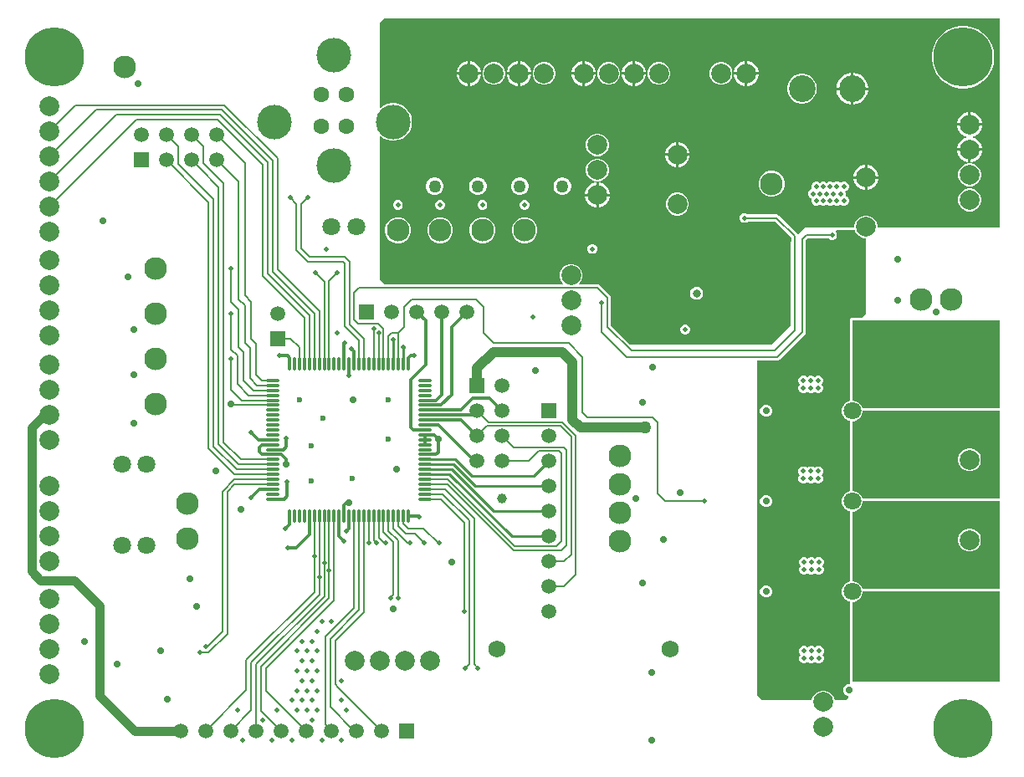
<source format=gtl>
G04*
G04 #@! TF.GenerationSoftware,Altium Limited,Altium Designer,22.8.2 (66)*
G04*
G04 Layer_Physical_Order=1*
G04 Layer_Color=255*
%FSLAX44Y44*%
%MOMM*%
G71*
G04*
G04 #@! TF.SameCoordinates,4CF88A4D-708D-413D-9FA9-C7E86D45AB9B*
G04*
G04*
G04 #@! TF.FilePolarity,Positive*
G04*
G01*
G75*
%ADD10C,0.2000*%
%ADD12C,0.2500*%
%ADD15C,0.3000*%
%ADD16O,0.3000X1.4500*%
%ADD17O,1.4500X0.3000*%
%ADD38C,0.9000*%
%ADD39C,1.0000*%
%ADD40C,0.3810*%
%ADD41C,1.8000*%
%ADD42C,1.6000*%
%ADD43C,3.5000*%
%ADD44C,1.5000*%
%ADD45R,1.5000X1.5000*%
%ADD46C,6.0000*%
%ADD47C,2.3000*%
%ADD48C,2.0000*%
%ADD49R,1.5000X1.5000*%
%ADD50C,1.7500*%
%ADD51C,2.7000*%
%ADD52C,0.5000*%
%ADD53C,0.4900*%
%ADD54C,0.7000*%
%ADD55C,0.6000*%
%ADD56C,1.0000*%
%ADD57C,0.8000*%
%ADD58C,1.2700*%
G36*
X1456520Y938530D02*
X1332320D01*
Y940847D01*
X1331535Y943777D01*
X1330018Y946404D01*
X1327874Y948548D01*
X1325247Y950065D01*
X1322317Y950850D01*
X1319283D01*
X1316353Y950065D01*
X1313727Y948548D01*
X1311582Y946404D01*
X1310065Y943777D01*
X1309280Y940847D01*
Y938604D01*
X1309251Y938575D01*
X1309025Y938530D01*
X1258892D01*
X1252624Y932262D01*
X1251360Y932387D01*
X1251163Y932682D01*
X1232873Y950972D01*
X1231702Y951755D01*
X1230321Y952029D01*
X1201058D01*
X1200437Y952650D01*
X1198603Y953410D01*
X1196617D01*
X1194783Y952650D01*
X1193380Y951247D01*
X1192620Y949413D01*
Y947427D01*
X1193380Y945593D01*
X1194783Y944190D01*
X1196617Y943430D01*
X1198603D01*
X1200437Y944190D01*
X1201058Y944811D01*
X1228826D01*
X1245001Y928635D01*
Y924640D01*
X1244390Y924028D01*
Y839470D01*
X1225220Y820300D01*
X1082184D01*
X1062789Y839695D01*
Y867410D01*
X1062515Y868791D01*
X1061732Y869962D01*
X1051572Y880122D01*
X1050401Y880905D01*
X1049020Y881179D01*
X1031210D01*
X1030724Y882353D01*
X1031568Y883196D01*
X1033085Y885823D01*
X1033870Y888753D01*
Y891787D01*
X1033085Y894717D01*
X1031568Y897344D01*
X1029424Y899488D01*
X1026797Y901005D01*
X1023867Y901790D01*
X1020833D01*
X1017903Y901005D01*
X1015276Y899488D01*
X1013132Y897344D01*
X1011615Y894717D01*
X1010830Y891787D01*
Y888753D01*
X1011615Y885823D01*
X1013132Y883196D01*
X1013976Y882353D01*
X1013490Y881179D01*
X833321D01*
X828548Y885952D01*
Y1030714D01*
X829721Y1031200D01*
X830145Y1030776D01*
X833261Y1028695D01*
X836722Y1027261D01*
X840397Y1026530D01*
X844143D01*
X847818Y1027261D01*
X851279Y1028695D01*
X854395Y1030776D01*
X857044Y1033425D01*
X859125Y1036541D01*
X860559Y1040002D01*
X861290Y1043677D01*
Y1047423D01*
X860559Y1051098D01*
X859125Y1054559D01*
X857044Y1057674D01*
X854395Y1060324D01*
X851279Y1062405D01*
X847818Y1063839D01*
X844143Y1064570D01*
X840397D01*
X836722Y1063839D01*
X833261Y1062405D01*
X830145Y1060324D01*
X829721Y1059900D01*
X828548Y1060386D01*
Y1146048D01*
X833160Y1150660D01*
X1456520D01*
Y938530D01*
D02*
G37*
G36*
X1310065Y934883D02*
X1311582Y932256D01*
X1313727Y930112D01*
X1316353Y928595D01*
X1319283Y927810D01*
X1320800D01*
Y851799D01*
X1316141Y847141D01*
X1306830D01*
X1305839Y846943D01*
X1304999Y846382D01*
X1304437Y845542D01*
X1304240Y844551D01*
Y763631D01*
X1304301Y763324D01*
X1302769Y762914D01*
X1300370Y761529D01*
X1298412Y759570D01*
X1297027Y757171D01*
X1296310Y754496D01*
Y751726D01*
X1297027Y749050D01*
X1298412Y746651D01*
X1300370Y744693D01*
X1302769Y743308D01*
X1304301Y742897D01*
X1304240Y742591D01*
Y672190D01*
X1304301Y671883D01*
X1302769Y671473D01*
X1300370Y670088D01*
X1298412Y668129D01*
X1297027Y665731D01*
X1296310Y663055D01*
Y660285D01*
X1297027Y657609D01*
X1298412Y655211D01*
X1300370Y653252D01*
X1302769Y651867D01*
X1304301Y651457D01*
X1304240Y651150D01*
Y580750D01*
X1304301Y580443D01*
X1302769Y580033D01*
X1300370Y578648D01*
X1298412Y576689D01*
X1297027Y574291D01*
X1296310Y571615D01*
Y568845D01*
X1297027Y566169D01*
X1298412Y563771D01*
X1300370Y561812D01*
X1302769Y560427D01*
X1304301Y560017D01*
X1304240Y559710D01*
Y478790D01*
X1304437Y477799D01*
X1304558Y477619D01*
X1303879Y476349D01*
X1302379D01*
X1300159Y475429D01*
X1298459Y473730D01*
X1297540Y471510D01*
Y469107D01*
X1298459Y466887D01*
X1300159Y465188D01*
X1302379Y464269D01*
X1302745D01*
X1303231Y463095D01*
X1300122Y459987D01*
X1289140D01*
X1288355Y462917D01*
X1286838Y465544D01*
X1284693Y467688D01*
X1282067Y469205D01*
X1279137Y469990D01*
X1276103D01*
X1273173Y469205D01*
X1270546Y467688D01*
X1268402Y465544D01*
X1266885Y462917D01*
X1266100Y459987D01*
X1215853D01*
X1210310Y465530D01*
Y804111D01*
X1230843D01*
X1232224Y804385D01*
X1233395Y805168D01*
X1258582Y830355D01*
X1259365Y831526D01*
X1259639Y832907D01*
Y925488D01*
X1261822Y927670D01*
X1283062D01*
X1283683Y927049D01*
X1285517Y926289D01*
X1287503D01*
X1289337Y927049D01*
X1290740Y928453D01*
X1291500Y930287D01*
Y932272D01*
X1290740Y934106D01*
X1290176Y934670D01*
X1290702Y935940D01*
X1309025D01*
X1309275Y935990D01*
X1309530D01*
X1309756Y936035D01*
X1310065Y934883D01*
D02*
G37*
G36*
X1456520Y755701D02*
X1317350D01*
X1317043Y755640D01*
X1316633Y757171D01*
X1315248Y759570D01*
X1313289Y761529D01*
X1310891Y762914D01*
X1308215Y763631D01*
X1306830D01*
Y844551D01*
X1456520D01*
Y755701D01*
D02*
G37*
G36*
Y664260D02*
X1317350D01*
X1317043Y664199D01*
X1316633Y665731D01*
X1315248Y668129D01*
X1313289Y670088D01*
X1310891Y671473D01*
X1308215Y672190D01*
X1306830D01*
Y742591D01*
X1308215D01*
X1310891Y743308D01*
X1313289Y744693D01*
X1315248Y746651D01*
X1316633Y749050D01*
X1317350Y751726D01*
Y753111D01*
X1456520D01*
Y664260D01*
D02*
G37*
G36*
Y572820D02*
X1317350D01*
X1317043Y572759D01*
X1316633Y574291D01*
X1315248Y576689D01*
X1313289Y578648D01*
X1310891Y580033D01*
X1308215Y580750D01*
X1306830D01*
Y651150D01*
X1308215D01*
X1310891Y651867D01*
X1313289Y653252D01*
X1315248Y655211D01*
X1316633Y657609D01*
X1317350Y660285D01*
Y661670D01*
X1456520D01*
Y572820D01*
D02*
G37*
G36*
Y478790D02*
X1306830D01*
Y559710D01*
X1308215D01*
X1310891Y560427D01*
X1313289Y561812D01*
X1315248Y563771D01*
X1316633Y566169D01*
X1317350Y568845D01*
Y570230D01*
X1456520D01*
Y478790D01*
D02*
G37*
%LPC*%
G36*
X1201171Y1107280D02*
X1200790D01*
Y1096010D01*
X1212060D01*
Y1096391D01*
X1211205Y1099580D01*
X1209555Y1102440D01*
X1207220Y1104774D01*
X1204360Y1106425D01*
X1201171Y1107280D01*
D02*
G37*
G36*
X1198250D02*
X1197869D01*
X1194680Y1106425D01*
X1191820Y1104774D01*
X1189485Y1102440D01*
X1187835Y1099580D01*
X1186980Y1096391D01*
Y1096010D01*
X1198250D01*
Y1107280D01*
D02*
G37*
G36*
X1087501D02*
X1087120D01*
Y1096010D01*
X1098390D01*
Y1096391D01*
X1097535Y1099580D01*
X1095884Y1102440D01*
X1093550Y1104774D01*
X1090690Y1106425D01*
X1087501Y1107280D01*
D02*
G37*
G36*
X1084580D02*
X1084199D01*
X1081010Y1106425D01*
X1078150Y1104774D01*
X1075816Y1102440D01*
X1074165Y1099580D01*
X1073310Y1096391D01*
Y1096010D01*
X1084580D01*
Y1107280D01*
D02*
G37*
G36*
X1036701D02*
X1036320D01*
Y1096010D01*
X1047590D01*
Y1096391D01*
X1046735Y1099580D01*
X1045085Y1102440D01*
X1042750Y1104774D01*
X1039890Y1106425D01*
X1036701Y1107280D01*
D02*
G37*
G36*
X1033780D02*
X1033399D01*
X1030210Y1106425D01*
X1027350Y1104774D01*
X1025015Y1102440D01*
X1023365Y1099580D01*
X1022510Y1096391D01*
Y1096010D01*
X1033780D01*
Y1107280D01*
D02*
G37*
G36*
X971301D02*
X970920D01*
Y1096010D01*
X982190D01*
Y1096391D01*
X981335Y1099580D01*
X979685Y1102440D01*
X977350Y1104774D01*
X974490Y1106425D01*
X971301Y1107280D01*
D02*
G37*
G36*
X968380D02*
X967999D01*
X964810Y1106425D01*
X961950Y1104774D01*
X959615Y1102440D01*
X957965Y1099580D01*
X957110Y1096391D01*
Y1096010D01*
X968380D01*
Y1107280D01*
D02*
G37*
G36*
X920501D02*
X920120D01*
Y1096010D01*
X931390D01*
Y1096391D01*
X930535Y1099580D01*
X928885Y1102440D01*
X926550Y1104774D01*
X923690Y1106425D01*
X920501Y1107280D01*
D02*
G37*
G36*
X917580D02*
X917199D01*
X914010Y1106425D01*
X911150Y1104774D01*
X908816Y1102440D01*
X907165Y1099580D01*
X906310Y1096391D01*
Y1096010D01*
X917580D01*
Y1107280D01*
D02*
G37*
G36*
X1175637Y1106260D02*
X1172603D01*
X1169673Y1105475D01*
X1167047Y1103958D01*
X1164902Y1101814D01*
X1163385Y1099187D01*
X1162600Y1096257D01*
Y1093223D01*
X1163385Y1090293D01*
X1164902Y1087666D01*
X1167047Y1085522D01*
X1169673Y1084005D01*
X1172603Y1083220D01*
X1175637D01*
X1178567Y1084005D01*
X1181193Y1085522D01*
X1183338Y1087666D01*
X1184855Y1090293D01*
X1185640Y1093223D01*
Y1096257D01*
X1184855Y1099187D01*
X1183338Y1101814D01*
X1181193Y1103958D01*
X1178567Y1105475D01*
X1175637Y1106260D01*
D02*
G37*
G36*
X1112767D02*
X1109733D01*
X1106803Y1105475D01*
X1104176Y1103958D01*
X1102032Y1101814D01*
X1100515Y1099187D01*
X1099730Y1096257D01*
Y1093223D01*
X1100515Y1090293D01*
X1102032Y1087666D01*
X1104176Y1085522D01*
X1106803Y1084005D01*
X1109733Y1083220D01*
X1112767D01*
X1115697Y1084005D01*
X1118324Y1085522D01*
X1120468Y1087666D01*
X1121985Y1090293D01*
X1122770Y1093223D01*
Y1096257D01*
X1121985Y1099187D01*
X1120468Y1101814D01*
X1118324Y1103958D01*
X1115697Y1105475D01*
X1112767Y1106260D01*
D02*
G37*
G36*
X1061967D02*
X1058933D01*
X1056003Y1105475D01*
X1053376Y1103958D01*
X1051232Y1101814D01*
X1049715Y1099187D01*
X1048930Y1096257D01*
Y1093223D01*
X1049715Y1090293D01*
X1051232Y1087666D01*
X1053376Y1085522D01*
X1056003Y1084005D01*
X1058933Y1083220D01*
X1061967D01*
X1064897Y1084005D01*
X1067523Y1085522D01*
X1069668Y1087666D01*
X1071185Y1090293D01*
X1071970Y1093223D01*
Y1096257D01*
X1071185Y1099187D01*
X1069668Y1101814D01*
X1067523Y1103958D01*
X1064897Y1105475D01*
X1061967Y1106260D01*
D02*
G37*
G36*
X996567D02*
X993533D01*
X990603Y1105475D01*
X987977Y1103958D01*
X985832Y1101814D01*
X984315Y1099187D01*
X983530Y1096257D01*
Y1093223D01*
X984315Y1090293D01*
X985832Y1087666D01*
X987977Y1085522D01*
X990603Y1084005D01*
X993533Y1083220D01*
X996567D01*
X999497Y1084005D01*
X1002123Y1085522D01*
X1004268Y1087666D01*
X1005785Y1090293D01*
X1006570Y1093223D01*
Y1096257D01*
X1005785Y1099187D01*
X1004268Y1101814D01*
X1002123Y1103958D01*
X999497Y1105475D01*
X996567Y1106260D01*
D02*
G37*
G36*
X945767D02*
X942733D01*
X939803Y1105475D01*
X937177Y1103958D01*
X935032Y1101814D01*
X933515Y1099187D01*
X932730Y1096257D01*
Y1093223D01*
X933515Y1090293D01*
X935032Y1087666D01*
X937177Y1085522D01*
X939803Y1084005D01*
X942733Y1083220D01*
X945767D01*
X948697Y1084005D01*
X951323Y1085522D01*
X953468Y1087666D01*
X954985Y1090293D01*
X955770Y1093223D01*
Y1096257D01*
X954985Y1099187D01*
X953468Y1101814D01*
X951323Y1103958D01*
X948697Y1105475D01*
X945767Y1106260D01*
D02*
G37*
G36*
X1212060Y1093470D02*
X1200790D01*
Y1082200D01*
X1201171D01*
X1204360Y1083055D01*
X1207220Y1084706D01*
X1209555Y1087040D01*
X1211205Y1089900D01*
X1212060Y1093089D01*
Y1093470D01*
D02*
G37*
G36*
X1198250D02*
X1186980D01*
Y1093089D01*
X1187835Y1089900D01*
X1189485Y1087040D01*
X1191820Y1084706D01*
X1194680Y1083055D01*
X1197869Y1082200D01*
X1198250D01*
Y1093470D01*
D02*
G37*
G36*
X1098390D02*
X1087120D01*
Y1082200D01*
X1087501D01*
X1090690Y1083055D01*
X1093550Y1084706D01*
X1095884Y1087040D01*
X1097535Y1089900D01*
X1098390Y1093089D01*
Y1093470D01*
D02*
G37*
G36*
X1084580D02*
X1073310D01*
Y1093089D01*
X1074165Y1089900D01*
X1075816Y1087040D01*
X1078150Y1084706D01*
X1081010Y1083055D01*
X1084199Y1082200D01*
X1084580D01*
Y1093470D01*
D02*
G37*
G36*
X1047590D02*
X1036320D01*
Y1082200D01*
X1036701D01*
X1039890Y1083055D01*
X1042750Y1084706D01*
X1045085Y1087040D01*
X1046735Y1089900D01*
X1047590Y1093089D01*
Y1093470D01*
D02*
G37*
G36*
X1033780D02*
X1022510D01*
Y1093089D01*
X1023365Y1089900D01*
X1025015Y1087040D01*
X1027350Y1084706D01*
X1030210Y1083055D01*
X1033399Y1082200D01*
X1033780D01*
Y1093470D01*
D02*
G37*
G36*
X982190D02*
X970920D01*
Y1082200D01*
X971301D01*
X974490Y1083055D01*
X977350Y1084706D01*
X979685Y1087040D01*
X981335Y1089900D01*
X982190Y1093089D01*
Y1093470D01*
D02*
G37*
G36*
X968380D02*
X957110D01*
Y1093089D01*
X957965Y1089900D01*
X959615Y1087040D01*
X961950Y1084706D01*
X964810Y1083055D01*
X967999Y1082200D01*
X968380D01*
Y1093470D01*
D02*
G37*
G36*
X931390D02*
X920120D01*
Y1082200D01*
X920501D01*
X923690Y1083055D01*
X926550Y1084706D01*
X928885Y1087040D01*
X930535Y1089900D01*
X931390Y1093089D01*
Y1093470D01*
D02*
G37*
G36*
X917580D02*
X906310D01*
Y1093089D01*
X907165Y1089900D01*
X908816Y1087040D01*
X911150Y1084706D01*
X914010Y1083055D01*
X917199Y1082200D01*
X917580D01*
Y1093470D01*
D02*
G37*
G36*
X1308410Y1095280D02*
X1308100D01*
Y1080510D01*
X1322870D01*
Y1080820D01*
X1322254Y1083919D01*
X1321044Y1086838D01*
X1319289Y1089465D01*
X1317055Y1091699D01*
X1314428Y1093455D01*
X1311509Y1094664D01*
X1308410Y1095280D01*
D02*
G37*
G36*
X1305560D02*
X1305250D01*
X1302151Y1094664D01*
X1299232Y1093455D01*
X1296605Y1091699D01*
X1294371Y1089465D01*
X1292616Y1086838D01*
X1291406Y1083919D01*
X1290790Y1080820D01*
Y1080510D01*
X1305560D01*
Y1095280D01*
D02*
G37*
G36*
X1421591Y1142770D02*
X1416629D01*
X1411729Y1141994D01*
X1407010Y1140461D01*
X1402590Y1138208D01*
X1398576Y1135292D01*
X1395068Y1131784D01*
X1392152Y1127770D01*
X1389899Y1123350D01*
X1388366Y1118631D01*
X1387590Y1113731D01*
Y1108769D01*
X1388366Y1103869D01*
X1389899Y1099150D01*
X1392152Y1094730D01*
X1395068Y1090716D01*
X1398576Y1087208D01*
X1402590Y1084292D01*
X1407010Y1082039D01*
X1411729Y1080506D01*
X1416629Y1079730D01*
X1421591D01*
X1426491Y1080506D01*
X1431210Y1082039D01*
X1435630Y1084292D01*
X1439644Y1087208D01*
X1443152Y1090716D01*
X1446068Y1094730D01*
X1448321Y1099150D01*
X1449854Y1103869D01*
X1450630Y1108769D01*
Y1113731D01*
X1449854Y1118631D01*
X1448321Y1123350D01*
X1446068Y1127770D01*
X1443152Y1131784D01*
X1439644Y1135292D01*
X1435630Y1138208D01*
X1431210Y1140461D01*
X1426491Y1141994D01*
X1421591Y1142770D01*
D02*
G37*
G36*
X1257509Y1094260D02*
X1254551D01*
X1251649Y1093683D01*
X1248915Y1092551D01*
X1246455Y1090907D01*
X1244363Y1088815D01*
X1242719Y1086355D01*
X1241587Y1083621D01*
X1241010Y1080719D01*
Y1077761D01*
X1241587Y1074859D01*
X1242719Y1072125D01*
X1244363Y1069665D01*
X1246455Y1067573D01*
X1248915Y1065929D01*
X1251649Y1064797D01*
X1254551Y1064220D01*
X1257509D01*
X1260411Y1064797D01*
X1263145Y1065929D01*
X1265605Y1067573D01*
X1267697Y1069665D01*
X1269341Y1072125D01*
X1270473Y1074859D01*
X1271050Y1077761D01*
Y1080719D01*
X1270473Y1083621D01*
X1269341Y1086355D01*
X1267697Y1088815D01*
X1265605Y1090907D01*
X1263145Y1092551D01*
X1260411Y1093683D01*
X1257509Y1094260D01*
D02*
G37*
G36*
X1322870Y1077970D02*
X1308100D01*
Y1063200D01*
X1308410D01*
X1311509Y1063816D01*
X1314428Y1065025D01*
X1317055Y1066781D01*
X1319289Y1069015D01*
X1321044Y1071642D01*
X1322254Y1074561D01*
X1322870Y1077660D01*
Y1077970D01*
D02*
G37*
G36*
X1305560D02*
X1290790D01*
Y1077660D01*
X1291406Y1074561D01*
X1292616Y1071642D01*
X1294371Y1069015D01*
X1296605Y1066781D01*
X1299232Y1065025D01*
X1302151Y1063816D01*
X1305250Y1063200D01*
X1305560D01*
Y1077970D01*
D02*
G37*
G36*
X1427353Y1055464D02*
X1426972D01*
Y1044194D01*
X1438242D01*
Y1044575D01*
X1437387Y1047764D01*
X1435737Y1050624D01*
X1433402Y1052959D01*
X1430542Y1054609D01*
X1427353Y1055464D01*
D02*
G37*
G36*
X1424432D02*
X1424051D01*
X1420862Y1054609D01*
X1418002Y1052959D01*
X1415668Y1050624D01*
X1414017Y1047764D01*
X1413162Y1044575D01*
Y1044194D01*
X1424432D01*
Y1055464D01*
D02*
G37*
G36*
X1438242Y1041654D02*
X1425702D01*
X1413162D01*
Y1041273D01*
X1414017Y1038084D01*
X1415668Y1035224D01*
X1418002Y1032889D01*
X1420862Y1031239D01*
X1422195Y1030881D01*
Y1029567D01*
X1420862Y1029209D01*
X1418002Y1027559D01*
X1415668Y1025224D01*
X1414017Y1022364D01*
X1413162Y1019175D01*
Y1018794D01*
X1425702D01*
X1438242D01*
Y1019175D01*
X1437387Y1022364D01*
X1435737Y1025224D01*
X1433402Y1027559D01*
X1430542Y1029209D01*
X1429209Y1029567D01*
Y1030881D01*
X1430542Y1031239D01*
X1433402Y1032889D01*
X1435737Y1035224D01*
X1437387Y1038084D01*
X1438242Y1041273D01*
Y1041654D01*
D02*
G37*
G36*
X1131570Y1025060D02*
X1131189D01*
Y1013790D01*
X1142459D01*
Y1014171D01*
X1141605Y1017360D01*
X1139954Y1020220D01*
X1137619Y1022554D01*
X1134759Y1024205D01*
X1131570Y1025060D01*
D02*
G37*
G36*
X1128649D02*
X1128268D01*
X1125079Y1024205D01*
X1122219Y1022554D01*
X1119885Y1020220D01*
X1118234Y1017360D01*
X1117379Y1014171D01*
Y1013790D01*
X1128649D01*
Y1025060D01*
D02*
G37*
G36*
X1050537Y1033870D02*
X1047503D01*
X1044573Y1033085D01*
X1041946Y1031568D01*
X1039802Y1029424D01*
X1038285Y1026797D01*
X1037500Y1023867D01*
Y1020833D01*
X1038285Y1017903D01*
X1039802Y1015276D01*
X1041946Y1013132D01*
X1044573Y1011615D01*
X1047503Y1010830D01*
X1050537D01*
X1053467Y1011615D01*
X1056094Y1013132D01*
X1058238Y1015276D01*
X1059755Y1017903D01*
X1060540Y1020833D01*
Y1023867D01*
X1059755Y1026797D01*
X1058238Y1029424D01*
X1056094Y1031568D01*
X1053467Y1033085D01*
X1050537Y1033870D01*
D02*
G37*
G36*
X1438242Y1016254D02*
X1426972D01*
Y1004984D01*
X1427353D01*
X1430542Y1005839D01*
X1433402Y1007489D01*
X1435737Y1009824D01*
X1437387Y1012684D01*
X1438242Y1015873D01*
Y1016254D01*
D02*
G37*
G36*
X1424432D02*
X1413162D01*
Y1015873D01*
X1414017Y1012684D01*
X1415668Y1009824D01*
X1418002Y1007489D01*
X1420862Y1005839D01*
X1424051Y1004984D01*
X1424432D01*
Y1016254D01*
D02*
G37*
G36*
X1142459Y1011250D02*
X1131189D01*
Y999980D01*
X1131570D01*
X1134759Y1000835D01*
X1137619Y1002486D01*
X1139954Y1004820D01*
X1141605Y1007680D01*
X1142459Y1010869D01*
Y1011250D01*
D02*
G37*
G36*
X1128649D02*
X1117379D01*
Y1010869D01*
X1118234Y1007680D01*
X1119885Y1004820D01*
X1122219Y1002486D01*
X1125079Y1000835D01*
X1128268Y999980D01*
X1128649D01*
Y1011250D01*
D02*
G37*
G36*
X1322451Y1001870D02*
X1322070D01*
Y990600D01*
X1333340D01*
Y990981D01*
X1332485Y994170D01*
X1330835Y997030D01*
X1328500Y999364D01*
X1325640Y1001015D01*
X1322451Y1001870D01*
D02*
G37*
G36*
X1319530D02*
X1319149D01*
X1315960Y1001015D01*
X1313100Y999364D01*
X1310766Y997030D01*
X1309115Y994170D01*
X1308260Y990981D01*
Y990600D01*
X1319530D01*
Y1001870D01*
D02*
G37*
G36*
X1050537Y1008470D02*
X1047503D01*
X1044573Y1007685D01*
X1041946Y1006168D01*
X1039802Y1004024D01*
X1038285Y1001397D01*
X1037500Y998467D01*
Y995433D01*
X1038285Y992503D01*
X1039802Y989876D01*
X1041946Y987732D01*
X1044573Y986215D01*
X1047503Y985430D01*
X1050537D01*
X1053467Y986215D01*
X1056094Y987732D01*
X1058238Y989876D01*
X1059755Y992503D01*
X1060540Y995433D01*
Y998467D01*
X1059755Y1001397D01*
X1058238Y1004024D01*
X1056094Y1006168D01*
X1053467Y1007685D01*
X1050537Y1008470D01*
D02*
G37*
G36*
X1299505Y985042D02*
X1297500D01*
X1295647Y984274D01*
X1295002Y983629D01*
X1294357Y984274D01*
X1292505Y985042D01*
X1290500D01*
X1288647Y984274D01*
X1288002Y983629D01*
X1287357Y984274D01*
X1285505Y985042D01*
X1283500D01*
X1281647Y984274D01*
X1281002Y983629D01*
X1280357Y984274D01*
X1278505Y985042D01*
X1276500D01*
X1274647Y984274D01*
X1274002Y983629D01*
X1273357Y984274D01*
X1271505Y985042D01*
X1269500D01*
X1267647Y984274D01*
X1266229Y982857D01*
X1265462Y981004D01*
Y978999D01*
X1265879Y977992D01*
X1264147Y977274D01*
X1262729Y975856D01*
X1261962Y974004D01*
Y971999D01*
X1262729Y970147D01*
X1264147Y968729D01*
X1265879Y968011D01*
X1265462Y967004D01*
Y964999D01*
X1266229Y963147D01*
X1267647Y961729D01*
X1269500Y960962D01*
X1271505D01*
X1273357Y961729D01*
X1274002Y962374D01*
X1274647Y961729D01*
X1276500Y960962D01*
X1278505D01*
X1280357Y961729D01*
X1281002Y962374D01*
X1281647Y961729D01*
X1283500Y960962D01*
X1285505D01*
X1287357Y961729D01*
X1288002Y962374D01*
X1288647Y961729D01*
X1290500Y960962D01*
X1292505D01*
X1294357Y961729D01*
X1295002Y962374D01*
X1295647Y961729D01*
X1297500Y960962D01*
X1299505D01*
X1301357Y961729D01*
X1302775Y963147D01*
X1303542Y964999D01*
Y967004D01*
X1302775Y968857D01*
X1301357Y970274D01*
X1299625Y970992D01*
X1300042Y971999D01*
Y974004D01*
X1299625Y975011D01*
X1301357Y975729D01*
X1302775Y977147D01*
X1303542Y978999D01*
Y981004D01*
X1302775Y982857D01*
X1301357Y984274D01*
X1299505Y985042D01*
D02*
G37*
G36*
X1427219Y1003644D02*
X1424185D01*
X1421255Y1002859D01*
X1418629Y1001342D01*
X1416484Y999197D01*
X1414967Y996571D01*
X1414182Y993641D01*
Y990607D01*
X1414967Y987677D01*
X1416484Y985051D01*
X1418629Y982906D01*
X1421255Y981389D01*
X1424185Y980604D01*
X1427219D01*
X1430149Y981389D01*
X1432776Y982906D01*
X1434920Y985051D01*
X1436437Y987677D01*
X1437222Y990607D01*
Y993641D01*
X1436437Y996571D01*
X1434920Y999197D01*
X1432776Y1001342D01*
X1430149Y1002859D01*
X1427219Y1003644D01*
D02*
G37*
G36*
X1333340Y988060D02*
X1322070D01*
Y976790D01*
X1322451D01*
X1325640Y977645D01*
X1328500Y979296D01*
X1330835Y981630D01*
X1332485Y984490D01*
X1333340Y987679D01*
Y988060D01*
D02*
G37*
G36*
X1319530D02*
X1308260D01*
Y987679D01*
X1309115Y984490D01*
X1310766Y981630D01*
X1313100Y979296D01*
X1315960Y977645D01*
X1319149Y976790D01*
X1319530D01*
Y988060D01*
D02*
G37*
G36*
X1050671Y984090D02*
X1050290D01*
Y972820D01*
X1061560D01*
Y973201D01*
X1060705Y976390D01*
X1059054Y979250D01*
X1056720Y981584D01*
X1053860Y983235D01*
X1050671Y984090D01*
D02*
G37*
G36*
X1047750D02*
X1047369D01*
X1044180Y983235D01*
X1041320Y981584D01*
X1038986Y979250D01*
X1037335Y976390D01*
X1036480Y973201D01*
Y972820D01*
X1047750D01*
Y984090D01*
D02*
G37*
G36*
X1014630Y989480D02*
X1012290D01*
X1010029Y988874D01*
X1008001Y987704D01*
X1006346Y986049D01*
X1005176Y984021D01*
X1004570Y981760D01*
Y979420D01*
X1005176Y977159D01*
X1006346Y975131D01*
X1008001Y973476D01*
X1010029Y972306D01*
X1012290Y971700D01*
X1014630D01*
X1016891Y972306D01*
X1018919Y973476D01*
X1020574Y975131D01*
X1021744Y977159D01*
X1022350Y979420D01*
Y981760D01*
X1021744Y984021D01*
X1020574Y986049D01*
X1018919Y987704D01*
X1016891Y988874D01*
X1014630Y989480D01*
D02*
G37*
G36*
X971722D02*
X969381D01*
X967120Y988874D01*
X965093Y987704D01*
X963438Y986049D01*
X962267Y984021D01*
X961661Y981760D01*
Y979420D01*
X962267Y977159D01*
X963438Y975131D01*
X965093Y973476D01*
X967120Y972306D01*
X969381Y971700D01*
X971722D01*
X973983Y972306D01*
X976010Y973476D01*
X977665Y975131D01*
X978836Y977159D01*
X979441Y979420D01*
Y981760D01*
X978836Y984021D01*
X977665Y986049D01*
X976010Y987704D01*
X973983Y988874D01*
X971722Y989480D01*
D02*
G37*
G36*
X929100D02*
X926760D01*
X924499Y988874D01*
X922471Y987704D01*
X920816Y986049D01*
X919646Y984021D01*
X919040Y981760D01*
Y979420D01*
X919646Y977159D01*
X920816Y975131D01*
X922471Y973476D01*
X924499Y972306D01*
X926760Y971700D01*
X929100D01*
X931361Y972306D01*
X933389Y973476D01*
X935044Y975131D01*
X936214Y977159D01*
X936820Y979420D01*
Y981760D01*
X936214Y984021D01*
X935044Y986049D01*
X933389Y987704D01*
X931361Y988874D01*
X929100Y989480D01*
D02*
G37*
G36*
X885458D02*
X883118D01*
X880856Y988874D01*
X878829Y987704D01*
X877174Y986049D01*
X876004Y984021D01*
X875398Y981760D01*
Y979420D01*
X876004Y977159D01*
X877174Y975131D01*
X878829Y973476D01*
X880856Y972306D01*
X883118Y971700D01*
X885458D01*
X887719Y972306D01*
X889746Y973476D01*
X891402Y975131D01*
X892572Y977159D01*
X893178Y979420D01*
Y981760D01*
X892572Y984021D01*
X891402Y986049D01*
X889746Y987704D01*
X887719Y988874D01*
X885458Y989480D01*
D02*
G37*
G36*
X1227074Y996010D02*
X1223646D01*
X1220334Y995123D01*
X1217365Y993409D01*
X1214941Y990984D01*
X1213227Y988016D01*
X1212340Y984704D01*
Y981276D01*
X1213227Y977964D01*
X1214941Y974995D01*
X1217365Y972571D01*
X1220334Y970857D01*
X1223646Y969970D01*
X1227074D01*
X1230386Y970857D01*
X1233354Y972571D01*
X1235779Y974995D01*
X1237493Y977964D01*
X1238380Y981276D01*
Y984704D01*
X1237493Y988016D01*
X1235779Y990984D01*
X1233354Y993409D01*
X1230386Y995123D01*
X1227074Y996010D01*
D02*
G37*
G36*
X1061560Y970280D02*
X1050290D01*
Y959010D01*
X1050671D01*
X1053860Y959865D01*
X1056720Y961516D01*
X1059054Y963850D01*
X1060705Y966710D01*
X1061560Y969899D01*
Y970280D01*
D02*
G37*
G36*
X1047750D02*
X1036480D01*
Y969899D01*
X1037335Y966710D01*
X1038986Y963850D01*
X1041320Y961516D01*
X1044180Y959865D01*
X1047369Y959010D01*
X1047750D01*
Y970280D01*
D02*
G37*
G36*
X976352Y966580D02*
X974367D01*
X972533Y965820D01*
X971130Y964417D01*
X970370Y962583D01*
Y960597D01*
X971130Y958763D01*
X972533Y957360D01*
X974367Y956600D01*
X976352D01*
X978186Y957360D01*
X979590Y958763D01*
X980350Y960597D01*
Y962583D01*
X979590Y964417D01*
X978186Y965820D01*
X976352Y966580D01*
D02*
G37*
G36*
X933596D02*
X931611D01*
X929777Y965820D01*
X928373Y964417D01*
X927613Y962583D01*
Y960597D01*
X928373Y958763D01*
X929777Y957360D01*
X931611Y956600D01*
X933596D01*
X935430Y957360D01*
X936834Y958763D01*
X937593Y960597D01*
Y962583D01*
X936834Y964417D01*
X935430Y965820D01*
X933596Y966580D01*
D02*
G37*
G36*
X890839D02*
X888854D01*
X887020Y965820D01*
X885616Y964417D01*
X884857Y962583D01*
Y960597D01*
X885616Y958763D01*
X887020Y957360D01*
X888854Y956600D01*
X890839D01*
X892673Y957360D01*
X894077Y958763D01*
X894837Y960597D01*
Y962583D01*
X894077Y964417D01*
X892673Y965820D01*
X890839Y966580D01*
D02*
G37*
G36*
X848083D02*
X846097D01*
X844263Y965820D01*
X842860Y964417D01*
X842100Y962583D01*
Y960597D01*
X842860Y958763D01*
X844263Y957360D01*
X846097Y956600D01*
X848083D01*
X849917Y957360D01*
X851320Y958763D01*
X852080Y960597D01*
Y962583D01*
X851320Y964417D01*
X849917Y965820D01*
X848083Y966580D01*
D02*
G37*
G36*
X1427219Y978244D02*
X1424185D01*
X1421255Y977459D01*
X1418629Y975942D01*
X1416484Y973798D01*
X1414967Y971171D01*
X1414182Y968241D01*
Y965207D01*
X1414967Y962277D01*
X1416484Y959650D01*
X1418629Y957506D01*
X1421255Y955989D01*
X1424185Y955204D01*
X1427219D01*
X1430149Y955989D01*
X1432776Y957506D01*
X1434920Y959650D01*
X1436437Y962277D01*
X1437222Y965207D01*
Y968241D01*
X1436437Y971171D01*
X1434920Y973798D01*
X1432776Y975942D01*
X1430149Y977459D01*
X1427219Y978244D01*
D02*
G37*
G36*
X1131436Y974040D02*
X1128402D01*
X1125472Y973255D01*
X1122846Y971738D01*
X1120701Y969594D01*
X1119184Y966967D01*
X1118399Y964037D01*
Y961003D01*
X1119184Y958073D01*
X1120701Y955446D01*
X1122846Y953302D01*
X1125472Y951785D01*
X1128402Y951000D01*
X1131436D01*
X1134366Y951785D01*
X1136993Y953302D01*
X1139137Y955446D01*
X1140654Y958073D01*
X1141439Y961003D01*
Y964037D01*
X1140654Y966967D01*
X1139137Y969594D01*
X1136993Y971738D01*
X1134366Y973255D01*
X1131436Y974040D01*
D02*
G37*
G36*
X977074Y948930D02*
X973646D01*
X970334Y948043D01*
X967365Y946329D01*
X964941Y943904D01*
X963227Y940936D01*
X962340Y937624D01*
Y934196D01*
X963227Y930884D01*
X964941Y927915D01*
X967365Y925491D01*
X970334Y923777D01*
X973646Y922890D01*
X977074D01*
X980385Y923777D01*
X983354Y925491D01*
X985779Y927915D01*
X987493Y930884D01*
X988380Y934196D01*
Y937624D01*
X987493Y940936D01*
X985779Y943904D01*
X983354Y946329D01*
X980385Y948043D01*
X977074Y948930D01*
D02*
G37*
G36*
X934317D02*
X930889D01*
X927578Y948043D01*
X924609Y946329D01*
X922185Y943904D01*
X920471Y940936D01*
X919583Y937624D01*
Y934196D01*
X920471Y930884D01*
X922185Y927915D01*
X924609Y925491D01*
X927578Y923777D01*
X930889Y922890D01*
X934317D01*
X937629Y923777D01*
X940598Y925491D01*
X943022Y927915D01*
X944736Y930884D01*
X945623Y934196D01*
Y937624D01*
X944736Y940936D01*
X943022Y943904D01*
X940598Y946329D01*
X937629Y948043D01*
X934317Y948930D01*
D02*
G37*
G36*
X891561D02*
X888132D01*
X884821Y948043D01*
X881852Y946329D01*
X879428Y943904D01*
X877714Y940936D01*
X876827Y937624D01*
Y934196D01*
X877714Y930884D01*
X879428Y927915D01*
X881852Y925491D01*
X884821Y923777D01*
X888132Y922890D01*
X891561D01*
X894872Y923777D01*
X897841Y925491D01*
X900265Y927915D01*
X901979Y930884D01*
X902867Y934196D01*
Y937624D01*
X901979Y940936D01*
X900265Y943904D01*
X897841Y946329D01*
X894872Y948043D01*
X891561Y948930D01*
D02*
G37*
G36*
X848804D02*
X845376D01*
X842065Y948043D01*
X839096Y946329D01*
X836671Y943904D01*
X834957Y940936D01*
X834070Y937624D01*
Y934196D01*
X834957Y930884D01*
X836671Y927915D01*
X839096Y925491D01*
X842065Y923777D01*
X845376Y922890D01*
X848804D01*
X852115Y923777D01*
X855085Y925491D01*
X857509Y927915D01*
X859223Y930884D01*
X860110Y934196D01*
Y937624D01*
X859223Y940936D01*
X857509Y943904D01*
X855085Y946329D01*
X852115Y948043D01*
X848804Y948930D01*
D02*
G37*
G36*
X1044642Y922080D02*
X1042657D01*
X1040823Y921320D01*
X1039420Y919917D01*
X1038660Y918083D01*
Y916097D01*
X1039420Y914263D01*
X1040823Y912860D01*
X1042657Y912100D01*
X1044642D01*
X1046477Y912860D01*
X1047880Y914263D01*
X1048640Y916097D01*
Y918083D01*
X1047880Y919917D01*
X1046477Y921320D01*
X1044642Y922080D01*
D02*
G37*
G36*
X1150211Y878687D02*
X1148489D01*
X1146826Y878241D01*
X1145334Y877380D01*
X1144117Y876162D01*
X1143256Y874671D01*
X1142810Y873008D01*
Y871286D01*
X1143256Y869622D01*
X1144117Y868131D01*
X1145334Y866914D01*
X1146826Y866052D01*
X1148489Y865607D01*
X1150211D01*
X1151874Y866052D01*
X1153366Y866914D01*
X1154583Y868131D01*
X1155444Y869622D01*
X1155890Y871286D01*
Y873008D01*
X1155444Y874671D01*
X1154583Y876162D01*
X1153366Y877380D01*
X1151874Y878241D01*
X1150211Y878687D01*
D02*
G37*
G36*
X1138773Y840500D02*
X1136787D01*
X1134954Y839740D01*
X1133550Y838337D01*
X1132790Y836503D01*
Y834517D01*
X1133550Y832683D01*
X1134954Y831280D01*
X1136787Y830520D01*
X1138773D01*
X1140607Y831280D01*
X1142010Y832683D01*
X1142770Y834517D01*
Y836503D01*
X1142010Y838337D01*
X1140607Y839740D01*
X1138773Y840500D01*
D02*
G37*
G36*
X1273504Y788791D02*
X1271499D01*
X1269647Y788024D01*
X1268752Y787129D01*
X1267857Y788024D01*
X1266004Y788791D01*
X1263999D01*
X1262147Y788024D01*
X1261252Y787129D01*
X1260357Y788024D01*
X1258504Y788791D01*
X1256499D01*
X1254647Y788024D01*
X1253229Y786606D01*
X1252462Y784754D01*
Y782749D01*
X1253229Y780896D01*
X1254124Y780001D01*
X1253229Y779106D01*
X1252462Y777254D01*
Y775249D01*
X1253229Y773396D01*
X1254647Y771978D01*
X1256499Y771211D01*
X1258504D01*
X1260357Y771978D01*
X1261252Y772874D01*
X1262147Y771978D01*
X1263999Y771211D01*
X1266004D01*
X1267857Y771978D01*
X1268752Y772874D01*
X1269647Y771978D01*
X1271499Y771211D01*
X1273504D01*
X1275357Y771978D01*
X1276774Y773396D01*
X1277542Y775249D01*
Y777254D01*
X1276774Y779106D01*
X1275879Y780001D01*
X1276774Y780896D01*
X1277542Y782749D01*
Y784754D01*
X1276774Y786606D01*
X1275357Y788024D01*
X1273504Y788791D01*
D02*
G37*
G36*
X1220810Y759151D02*
X1218407D01*
X1216187Y758231D01*
X1214488Y756532D01*
X1213569Y754312D01*
Y751909D01*
X1214488Y749689D01*
X1216187Y747990D01*
X1218407Y747071D01*
X1220810D01*
X1223030Y747990D01*
X1224729Y749689D01*
X1225649Y751909D01*
Y754312D01*
X1224729Y756532D01*
X1223030Y758231D01*
X1220810Y759151D01*
D02*
G37*
G36*
X1273504Y697041D02*
X1271499D01*
X1269647Y696274D01*
X1268752Y695379D01*
X1267857Y696274D01*
X1266004Y697041D01*
X1263999D01*
X1262147Y696274D01*
X1261252Y695379D01*
X1260357Y696274D01*
X1258504Y697041D01*
X1256499D01*
X1254647Y696274D01*
X1253229Y694856D01*
X1252462Y693003D01*
Y690998D01*
X1253229Y689146D01*
X1254124Y688251D01*
X1253229Y687356D01*
X1252462Y685503D01*
Y683498D01*
X1253229Y681646D01*
X1254647Y680228D01*
X1256499Y679461D01*
X1258504D01*
X1260357Y680228D01*
X1261252Y681123D01*
X1262147Y680228D01*
X1263999Y679461D01*
X1266004D01*
X1267857Y680228D01*
X1268752Y681123D01*
X1269647Y680228D01*
X1271499Y679461D01*
X1273504D01*
X1275357Y680228D01*
X1276774Y681646D01*
X1277542Y683498D01*
Y685503D01*
X1276774Y687356D01*
X1275879Y688251D01*
X1276774Y689146D01*
X1277542Y690998D01*
Y693003D01*
X1276774Y694856D01*
X1275357Y696274D01*
X1273504Y697041D01*
D02*
G37*
G36*
X1220810Y667710D02*
X1218407D01*
X1216187Y666790D01*
X1214488Y665091D01*
X1213569Y662871D01*
Y660469D01*
X1214488Y658249D01*
X1216187Y656550D01*
X1218407Y655630D01*
X1220810D01*
X1223030Y656550D01*
X1224729Y658249D01*
X1225649Y660469D01*
Y662871D01*
X1224729Y665091D01*
X1223030Y666790D01*
X1220810Y667710D01*
D02*
G37*
G36*
X1274004Y605041D02*
X1271999D01*
X1270147Y604273D01*
X1269252Y603378D01*
X1268357Y604273D01*
X1266504Y605041D01*
X1264499D01*
X1262647Y604273D01*
X1261752Y603378D01*
X1260857Y604273D01*
X1259004Y605041D01*
X1256999D01*
X1255147Y604273D01*
X1253729Y602856D01*
X1252962Y601003D01*
Y598998D01*
X1253729Y597146D01*
X1254624Y596251D01*
X1253729Y595356D01*
X1252962Y593503D01*
Y591498D01*
X1253729Y589646D01*
X1255147Y588228D01*
X1256999Y587461D01*
X1259004D01*
X1260857Y588228D01*
X1261752Y589123D01*
X1262647Y588228D01*
X1264499Y587461D01*
X1266504D01*
X1268357Y588228D01*
X1269252Y589123D01*
X1270147Y588228D01*
X1271999Y587461D01*
X1274004D01*
X1275857Y588228D01*
X1277274Y589646D01*
X1278042Y591498D01*
Y593503D01*
X1277274Y595356D01*
X1276379Y596251D01*
X1277274Y597146D01*
X1278042Y598998D01*
Y601003D01*
X1277274Y602856D01*
X1275857Y604273D01*
X1274004Y605041D01*
D02*
G37*
G36*
X1220810Y576270D02*
X1218407D01*
X1216187Y575350D01*
X1214488Y573651D01*
X1213569Y571431D01*
Y569029D01*
X1214488Y566809D01*
X1216187Y565109D01*
X1218407Y564190D01*
X1220810D01*
X1223030Y565109D01*
X1224729Y566809D01*
X1225649Y569029D01*
Y571431D01*
X1224729Y573651D01*
X1223030Y575350D01*
X1220810Y576270D01*
D02*
G37*
G36*
X1274004Y515041D02*
X1271999D01*
X1270147Y514273D01*
X1269252Y513378D01*
X1268357Y514273D01*
X1266504Y515041D01*
X1264499D01*
X1262647Y514273D01*
X1261752Y513378D01*
X1260857Y514273D01*
X1259004Y515041D01*
X1256999D01*
X1255147Y514273D01*
X1253729Y512856D01*
X1252962Y511003D01*
Y508998D01*
X1253729Y507146D01*
X1254624Y506251D01*
X1253729Y505356D01*
X1252962Y503503D01*
Y501498D01*
X1253729Y499646D01*
X1255147Y498228D01*
X1256999Y497461D01*
X1259004D01*
X1260857Y498228D01*
X1261752Y499123D01*
X1262647Y498228D01*
X1264499Y497461D01*
X1266504D01*
X1268357Y498228D01*
X1269252Y499123D01*
X1270147Y498228D01*
X1271999Y497461D01*
X1274004D01*
X1275857Y498228D01*
X1277274Y499646D01*
X1278042Y501498D01*
Y503503D01*
X1277274Y505356D01*
X1276379Y506251D01*
X1277274Y507146D01*
X1278042Y508998D01*
Y511003D01*
X1277274Y512856D01*
X1275857Y514273D01*
X1274004Y515041D01*
D02*
G37*
G36*
X1427097Y715190D02*
X1424063D01*
X1421133Y714405D01*
X1418506Y712888D01*
X1416362Y710743D01*
X1414845Y708117D01*
X1414060Y705187D01*
Y702153D01*
X1414845Y699223D01*
X1416362Y696597D01*
X1418506Y694452D01*
X1421133Y692935D01*
X1424063Y692150D01*
X1427097D01*
X1430027Y692935D01*
X1432654Y694452D01*
X1434798Y696597D01*
X1436315Y699223D01*
X1437100Y702153D01*
Y705187D01*
X1436315Y708117D01*
X1434798Y710743D01*
X1432654Y712888D01*
X1430027Y714405D01*
X1427097Y715190D01*
D02*
G37*
G36*
Y633910D02*
X1424063D01*
X1421133Y633125D01*
X1418506Y631608D01*
X1416362Y629464D01*
X1414845Y626837D01*
X1414060Y623907D01*
Y620873D01*
X1414845Y617943D01*
X1416362Y615317D01*
X1418506Y613172D01*
X1421133Y611655D01*
X1424063Y610870D01*
X1427097D01*
X1430027Y611655D01*
X1432654Y613172D01*
X1434798Y615317D01*
X1436315Y617943D01*
X1437100Y620873D01*
Y623907D01*
X1436315Y626837D01*
X1434798Y629464D01*
X1432654Y631608D01*
X1430027Y633125D01*
X1427097Y633910D01*
D02*
G37*
%LPD*%
D10*
X671153Y1062750D02*
X725170Y1008733D01*
X669082Y1057750D02*
X720170Y1006662D01*
X847560Y831850D02*
X853548Y837838D01*
Y858628D02*
X861060Y866140D01*
X853548Y837838D02*
Y858628D01*
X806418Y841788D02*
X827205D01*
X802894Y845312D02*
X806418Y841788D01*
X802894Y845312D02*
Y872998D01*
X807466Y877570D01*
X744300Y915590D02*
X755800Y904090D01*
X791360D02*
X793473Y901977D01*
X755800Y904090D02*
X791360D01*
X793476Y909046D02*
X798322Y904199D01*
Y840699D02*
Y904199D01*
Y840699D02*
X812560Y826461D01*
X793473Y838477D02*
X807560Y824390D01*
X793473Y838477D02*
Y901977D01*
X827205Y841788D02*
X832560Y836433D01*
X822560Y801150D02*
Y835990D01*
X807466Y877570D02*
X1049020D01*
X842560Y633610D02*
Y646650D01*
X856843Y619328D02*
X858894D01*
X842560Y633610D02*
X856843Y619328D01*
X855472Y628904D02*
X864371D01*
X873947Y619328D01*
X817560D02*
Y646650D01*
X833248Y619328D02*
X834898D01*
X827560Y625016D02*
X833248Y619328D01*
X827560Y625016D02*
Y646650D01*
X822560Y622014D02*
Y646650D01*
Y622014D02*
X825246Y619328D01*
X839419Y563329D02*
X842772Y566682D01*
X832560Y630260D02*
X842772Y620048D01*
Y566682D02*
Y620048D01*
X847560Y563329D02*
Y621760D01*
X837560Y631760D02*
X847560Y621760D01*
X832560Y630260D02*
Y646650D01*
X837560Y631760D02*
Y646650D01*
X847560Y636816D02*
X855472Y628904D01*
X847560Y636816D02*
Y646650D01*
X852560Y638928D02*
X857250Y634238D01*
X873252D02*
X889000Y618490D01*
X857250Y634238D02*
X873252D01*
X852560Y638928D02*
Y646650D01*
X1256030Y926983D02*
X1260327Y931279D01*
X1286510D01*
X1256030Y832907D02*
Y926983D01*
X999490Y575310D02*
X1015210D01*
X1027050Y587150D01*
Y728090D01*
X1013460Y741680D02*
X1027050Y728090D01*
X938530Y741680D02*
X1013460D01*
X927100Y753110D02*
X938530Y741680D01*
X927100Y727710D02*
X937260Y737870D01*
X1011396D02*
X1022550Y726716D01*
X937260Y737870D02*
X1011396D01*
X1022550Y607918D02*
Y726716D01*
X1015342Y600710D02*
X1022550Y607918D01*
X999490Y600710D02*
X1015342D01*
X1078230Y807720D02*
X1230843D01*
X1256030Y832907D01*
X1248611Y834479D02*
Y930130D01*
X1230321Y948420D02*
X1248611Y930130D01*
X1228201Y814070D02*
X1248611Y834479D01*
X1083310Y814070D02*
X1228201D01*
X1052830Y833120D02*
X1078230Y807720D01*
X1052830Y833120D02*
Y862960D01*
X1059180Y838200D02*
Y867410D01*
X1049020Y877570D02*
X1059180Y867410D01*
Y838200D02*
X1083310Y814070D01*
X832560Y801150D02*
Y836433D01*
X943610Y821690D02*
X1019810D01*
X1033780Y751840D02*
Y807720D01*
X1019810Y821690D02*
X1033780Y807720D01*
X933450Y831850D02*
X943610Y821690D01*
X840740Y831850D02*
X847560D01*
X1197610Y948420D02*
X1230321D01*
X1117600Y661670D02*
X1156970D01*
X1109980Y669290D02*
X1117600Y661670D01*
X1109980Y669290D02*
Y741680D01*
X1104900Y746760D02*
X1109980Y741680D01*
X1038860Y746760D02*
X1104900D01*
X1033780Y751840D02*
X1038860Y746760D01*
X933450Y831850D02*
Y858520D01*
X749300Y962660D02*
X755650Y969010D01*
X749300Y917661D02*
Y962660D01*
X737870Y969010D02*
X744300Y962580D01*
Y915590D02*
Y962580D01*
X749300Y917661D02*
X757916Y909046D01*
X793476D01*
X812560Y801150D02*
Y826461D01*
X807560Y801150D02*
Y824390D01*
X762560Y605924D02*
Y646650D01*
Y569520D02*
Y605924D01*
X767560Y584924D02*
Y646650D01*
Y567449D02*
Y584924D01*
X693740Y500700D02*
X762560Y569520D01*
X652780Y429260D02*
X693740Y470220D01*
Y500700D01*
X703740Y496558D02*
X772560Y565378D01*
Y646650D01*
X703580Y429260D02*
X703740Y429420D01*
Y496558D01*
X698740Y498629D02*
X767560Y567449D01*
X698740Y449820D02*
Y498629D01*
X678180Y429260D02*
X698740Y449820D01*
X777560Y563307D02*
Y646650D01*
X708740Y494487D02*
X777560Y563307D01*
X708740Y449500D02*
X728980Y429260D01*
X708740Y449500D02*
Y494487D01*
X677950Y758900D02*
X720310D01*
X692150Y821690D02*
Y859790D01*
X685800Y866140D02*
Y896620D01*
Y866140D02*
X692150Y859790D01*
Y869950D02*
Y901700D01*
X698500Y826220D02*
Y863600D01*
X692150Y869950D02*
X698500Y863600D01*
X692150Y821690D02*
X697230Y816610D01*
X698500Y826220D02*
X703580Y821140D01*
X689130Y763900D02*
X720310D01*
X678180Y774850D02*
Y805660D01*
Y774850D02*
X689130Y763900D01*
X684530Y780054D02*
Y808990D01*
X695684Y768900D02*
X720310D01*
X684530Y780054D02*
X695684Y768900D01*
X690880Y783590D02*
X700570Y773900D01*
X720310D01*
X690880Y783590D02*
Y812800D01*
X704460Y778900D02*
X720310D01*
X697230Y786130D02*
X704460Y778900D01*
X697230Y786130D02*
Y816610D01*
X703580Y789940D02*
X709620Y783900D01*
X720310D01*
X703580Y789940D02*
Y821140D01*
X692150Y901700D02*
Y1004030D01*
X663580Y1032600D02*
X692150Y1004030D01*
X685800Y817880D02*
X690880Y812800D01*
X685800Y817880D02*
Y855980D01*
X678180Y863600D02*
X685800Y855980D01*
X678180Y815340D02*
X684530Y808990D01*
X678180Y815340D02*
Y851380D01*
Y863600D02*
Y897100D01*
X677950Y759710D02*
X678180Y759940D01*
X677950Y758900D02*
Y759710D01*
X925830Y866140D02*
X933450Y858520D01*
X861060Y866140D02*
X925830D01*
X847560Y801150D02*
Y831850D01*
X837560Y828670D02*
X840740Y831850D01*
X837560Y801150D02*
Y828670D01*
X738588Y826382D02*
X747560Y817410D01*
Y801150D02*
Y817410D01*
X725170Y826382D02*
X738588D01*
X777560Y801150D02*
Y884670D01*
X785700Y892810D01*
X772560Y801150D02*
Y883950D01*
X763700Y892810D02*
X772560Y883950D01*
X914400Y550060D02*
Y640080D01*
X924400Y496730D02*
X928280Y492850D01*
X915520D02*
X919400Y496730D01*
Y642151D01*
X924400Y496730D02*
Y644222D01*
X892651Y668900D02*
X919400Y642151D01*
X890580Y663900D02*
X914400Y640080D01*
X894722Y673900D02*
X924400Y644222D01*
X874810Y673900D02*
X894722D01*
X874810Y668900D02*
X892651D01*
X874810Y663900D02*
X890580D01*
X655409Y508638D02*
X674370Y527599D01*
X646430Y508638D02*
X655409D01*
X652780Y514350D02*
X654050D01*
X674370Y527599D02*
Y671463D01*
X654050Y514350D02*
X669370Y529670D01*
Y671463D01*
X681807Y683900D01*
X674370Y671463D02*
X681807Y678900D01*
Y683900D02*
X720310D01*
X681807Y678900D02*
X720310D01*
X582210Y1047750D02*
X664940D01*
X563880Y1029420D02*
X582210Y1047750D01*
X494670Y985610D02*
X561810Y1052750D01*
X667011D01*
X541410Y1057750D02*
X669082D01*
X494670Y1011010D02*
X541410Y1057750D01*
X521010Y1062750D02*
X671153D01*
X494670Y1036410D02*
X521010Y1062750D01*
X507546Y973086D02*
X563880Y1029420D01*
X494670Y960210D02*
X507546Y973086D01*
X664940Y1047750D02*
X710170Y1002520D01*
X667011Y1052750D02*
X715170Y1004591D01*
X710170Y890030D02*
Y1002520D01*
Y890030D02*
X752560Y847640D01*
X715170Y892101D02*
Y1004591D01*
Y892101D02*
X757560Y849711D01*
X720170Y894172D02*
Y1006662D01*
Y894172D02*
X762560Y851782D01*
X725170Y896243D02*
Y1008733D01*
Y896243D02*
X767560Y853853D01*
Y801150D02*
Y853853D01*
X762560Y801150D02*
Y851782D01*
X757560Y801150D02*
Y849711D01*
X752560Y801150D02*
Y847640D01*
X660560Y717218D02*
Y967580D01*
X665560Y719289D02*
Y979820D01*
X670560Y721360D02*
Y983710D01*
X655560Y715147D02*
Y964420D01*
X685800Y896620D02*
Y984980D01*
X612780Y1032600D02*
X624840Y1020540D01*
Y1003300D02*
X660560Y967580D01*
X624840Y1003300D02*
Y1020540D01*
X646716Y998664D02*
X665560Y979820D01*
X650240Y1004030D02*
X670560Y983710D01*
X650240Y1004030D02*
Y1020540D01*
X638180Y1007200D02*
X646716Y998664D01*
X612780Y1007200D02*
X655560Y964420D01*
X638180Y1032600D02*
X650240Y1020540D01*
X663580Y1007200D02*
X685800Y984980D01*
X655560Y715147D02*
X681807Y688900D01*
X660560Y717218D02*
X683878Y693900D01*
X670560Y721360D02*
X688020Y703900D01*
X720310D01*
X665560Y719289D02*
X685949Y698900D01*
X720310D01*
X683878Y693900D02*
X720310D01*
X681807Y688900D02*
X720310D01*
X713740Y469900D02*
X754380Y429260D01*
X713740Y469900D02*
Y492416D01*
X782560Y561236D01*
Y646650D01*
X783590Y476250D02*
Y520528D01*
Y476250D02*
X786828Y473012D01*
X830580Y429260D01*
X802640D02*
X805180D01*
X778590Y453310D02*
Y522599D01*
Y453310D02*
X802640Y429260D01*
X773590Y435450D02*
X779780Y429260D01*
X773590Y435450D02*
Y524670D01*
X783590Y520528D02*
X812560Y549498D01*
Y646650D01*
X778590Y522599D02*
X807560Y551569D01*
Y646650D01*
X773590Y524670D02*
X802560Y553640D01*
Y646650D01*
X827560Y801150D02*
Y831850D01*
X963930Y612140D02*
X1012190D01*
X897170Y678900D02*
X963930Y612140D01*
X874810Y678900D02*
X897170D01*
X965200Y615950D02*
X1007110D01*
X897250Y683900D02*
X965200Y615950D01*
X874810Y683900D02*
X897250D01*
X1012190Y612140D02*
X1017270Y617220D01*
X1007110Y615950D02*
X1012190Y621030D01*
X1017270Y617220D02*
Y713740D01*
X1014730Y716280D02*
X1017270Y713740D01*
X963930Y716280D02*
X1014730D01*
X952500Y727710D02*
X963930Y716280D01*
X1009650Y712470D02*
X1012190Y709930D01*
X979170Y702310D02*
X989330Y712470D01*
X1009650D01*
X952500Y702310D02*
X979170D01*
X1012190Y621030D02*
Y709930D01*
D12*
X842560Y801150D02*
Y825500D01*
X852560Y801150D02*
Y817490D01*
X899480Y688900D02*
X962270Y626110D01*
X999490D01*
X874810Y688900D02*
X899480D01*
X943610Y651510D02*
X999490D01*
X901220Y693900D02*
X943610Y651510D01*
X874810Y693900D02*
X901220D01*
X903184Y698900D02*
X925174Y676910D01*
X999490D01*
X874810Y698900D02*
X903184D01*
X905014Y703900D02*
X921844Y687070D01*
X984250D01*
X874810Y703900D02*
X905014D01*
X984250Y687070D02*
X999490Y702310D01*
D15*
X891540Y769620D02*
Y853440D01*
X866140D02*
X875030Y844550D01*
X901700Y838200D02*
X916940Y853440D01*
X901700Y769620D02*
Y838200D01*
X890980Y758900D02*
X901700Y769620D01*
X874810Y758900D02*
X890980D01*
X875030Y800100D02*
Y844550D01*
X859790Y784860D02*
X875030Y800100D01*
X859790Y736600D02*
Y784860D01*
Y736600D02*
X862490Y733900D01*
X874810D01*
X885820Y763900D02*
X891540Y769620D01*
X874810Y763900D02*
X885820D01*
X857560Y646650D02*
X868206D01*
X868680Y646176D01*
X795020Y660400D02*
X797560D01*
X792560Y657940D02*
X795020Y660400D01*
X792560Y646650D02*
Y657940D01*
X734060Y698900D02*
Y703900D01*
X729060Y708900D02*
X734060Y703900D01*
X720310Y708900D02*
X729060D01*
X709375Y718900D02*
X720310D01*
X706920Y716445D02*
X709375Y718900D01*
X706920Y711670D02*
Y716445D01*
Y711670D02*
X709690Y708900D01*
X720310D01*
X874810Y723900D02*
Y728900D01*
Y718900D02*
Y723900D01*
X887970Y711200D02*
Y724918D01*
X885670Y708900D02*
X887970Y711200D01*
X874810Y708900D02*
X885670D01*
X883988Y728900D02*
X887970Y724918D01*
X874810Y728900D02*
X883988D01*
X797560Y788670D02*
Y801150D01*
X744220Y614680D02*
X757560Y628020D01*
X735330Y614680D02*
X744220D01*
X734957Y666836D02*
Y681370D01*
X732021Y663900D02*
X734957Y666836D01*
X720310Y663900D02*
X732021D01*
X734060Y716823D02*
Y725170D01*
X731137Y713900D02*
X734060Y716823D01*
X720310Y713900D02*
X731137D01*
X727560Y808990D02*
X735330D01*
X737560Y806760D01*
Y801150D02*
Y806760D01*
X792560Y820687D02*
X793473Y821600D01*
X792560Y801150D02*
Y820687D01*
X800250Y815646D02*
X802560Y813336D01*
Y801150D02*
Y813336D01*
X859790Y808990D02*
X863600D01*
X857560Y806760D02*
X859790Y808990D01*
X857560Y801150D02*
Y806760D01*
X795020Y631190D02*
X797560Y633730D01*
Y646650D01*
X787560Y626030D02*
X792560Y621030D01*
X787560Y626030D02*
Y646650D01*
X732790Y633730D02*
X737560Y638500D01*
Y646650D01*
X698500Y665480D02*
X706920Y673900D01*
X720310D01*
X698500Y731520D02*
X706120Y723900D01*
X720310D01*
X757560Y628020D02*
Y646650D01*
X874810Y753900D02*
X910910D01*
X922820Y765810D02*
X939800D01*
X910910Y753900D02*
X922820Y765810D01*
X939800D02*
X952500Y753110D01*
X874810Y748900D02*
X922890D01*
X927100Y753110D01*
X910910Y743900D02*
X927100Y727710D01*
X874810Y743900D02*
X910910D01*
X874810Y738900D02*
X887970D01*
X924560Y702310D01*
X927100D01*
D16*
X782560Y646650D02*
D03*
X777560D02*
D03*
X767560D02*
D03*
X772560D02*
D03*
X762560D02*
D03*
X802560D02*
D03*
X807560D02*
D03*
X812560D02*
D03*
X857560D02*
D03*
X852560D02*
D03*
X847560D02*
D03*
X842560D02*
D03*
X837560D02*
D03*
X832560D02*
D03*
X827560D02*
D03*
X822560D02*
D03*
X817560D02*
D03*
X797560D02*
D03*
X792560D02*
D03*
X787560D02*
D03*
X757560D02*
D03*
X752560D02*
D03*
X747560D02*
D03*
X742560D02*
D03*
X737560D02*
D03*
Y801150D02*
D03*
X742560D02*
D03*
X747560D02*
D03*
X752560D02*
D03*
X757560D02*
D03*
X762560D02*
D03*
X767560D02*
D03*
X772560D02*
D03*
X777560D02*
D03*
X782560D02*
D03*
X787560D02*
D03*
X792560D02*
D03*
X797560D02*
D03*
X802560D02*
D03*
X807560D02*
D03*
X812560D02*
D03*
X817560D02*
D03*
X822560D02*
D03*
X827560D02*
D03*
X832560D02*
D03*
X837560D02*
D03*
X842560D02*
D03*
X847560D02*
D03*
X852560D02*
D03*
X857560D02*
D03*
D17*
X720310Y663900D02*
D03*
Y668900D02*
D03*
Y673900D02*
D03*
Y678900D02*
D03*
Y683900D02*
D03*
Y688900D02*
D03*
Y693900D02*
D03*
Y698900D02*
D03*
Y703900D02*
D03*
Y708900D02*
D03*
Y713900D02*
D03*
Y718900D02*
D03*
Y723900D02*
D03*
Y728900D02*
D03*
Y733900D02*
D03*
Y738900D02*
D03*
Y743900D02*
D03*
Y748900D02*
D03*
Y753900D02*
D03*
Y758900D02*
D03*
Y763900D02*
D03*
Y768900D02*
D03*
Y773900D02*
D03*
Y778900D02*
D03*
Y783900D02*
D03*
X874810D02*
D03*
Y778900D02*
D03*
Y773900D02*
D03*
Y768900D02*
D03*
Y763900D02*
D03*
Y758900D02*
D03*
Y753900D02*
D03*
Y748900D02*
D03*
Y743900D02*
D03*
Y738900D02*
D03*
Y733900D02*
D03*
Y728900D02*
D03*
Y723900D02*
D03*
Y718900D02*
D03*
Y713900D02*
D03*
Y708900D02*
D03*
Y703900D02*
D03*
Y698900D02*
D03*
Y693900D02*
D03*
Y688900D02*
D03*
Y683900D02*
D03*
Y678900D02*
D03*
Y673900D02*
D03*
Y668900D02*
D03*
Y663900D02*
D03*
D38*
X544830Y464820D02*
Y556260D01*
Y464820D02*
X580390Y429260D01*
X519430Y581660D02*
X544830Y556260D01*
X485140Y581660D02*
X519430D01*
X580390Y429260D02*
X627380D01*
X476250Y590550D02*
X485140Y581660D01*
X476250Y590550D02*
Y736600D01*
X489040Y749390D01*
X494670D01*
D39*
X976630Y812800D02*
X1013460D01*
X943610D02*
X976630D01*
X1031754Y736086D02*
X1097280D01*
X1023620Y744220D02*
X1031754Y736086D01*
X1023620Y744220D02*
Y802640D01*
X1013460Y812800D02*
X1023620Y802640D01*
X927100Y796290D02*
X943610Y812800D01*
X927100Y778510D02*
Y796290D01*
D40*
X852170Y817880D02*
X852560Y817490D01*
D41*
X1281830Y570230D02*
D03*
X1306830D02*
D03*
X1281830Y753111D02*
D03*
X1306830D02*
D03*
X567830Y698900D02*
D03*
X592830D02*
D03*
X592610Y617220D02*
D03*
X567610D02*
D03*
X1306830Y661670D02*
D03*
X1281830D02*
D03*
X779980Y939800D02*
D03*
X804980D02*
D03*
D42*
X794620Y1040950D02*
D03*
X769620D02*
D03*
Y1073150D02*
D03*
X794620D02*
D03*
D43*
X721970Y1045550D02*
D03*
X842270D02*
D03*
X782120Y1113350D02*
D03*
Y1001450D02*
D03*
D44*
X916940Y853440D02*
D03*
X891540D02*
D03*
X866140D02*
D03*
X840740D02*
D03*
X999490Y702310D02*
D03*
Y676910D02*
D03*
Y651510D02*
D03*
Y626110D02*
D03*
Y600710D02*
D03*
Y575310D02*
D03*
Y549910D02*
D03*
Y727710D02*
D03*
X587380Y1032600D02*
D03*
X612780Y1007200D02*
D03*
Y1032600D02*
D03*
X638180Y1007200D02*
D03*
Y1032600D02*
D03*
X663580Y1007200D02*
D03*
Y1032600D02*
D03*
X952500Y778510D02*
D03*
X927100Y753110D02*
D03*
X952500D02*
D03*
X927100Y727710D02*
D03*
X952500D02*
D03*
X927100Y702310D02*
D03*
X952500D02*
D03*
X725170Y851782D02*
D03*
X805180Y429260D02*
D03*
X627380D02*
D03*
X652780D02*
D03*
X678180D02*
D03*
X703580D02*
D03*
X728980D02*
D03*
X754380D02*
D03*
X779780D02*
D03*
X830580D02*
D03*
D45*
X815340Y853440D02*
D03*
X587380Y1007200D02*
D03*
X855980Y429260D02*
D03*
D46*
X1419110Y431250D02*
D03*
X499110D02*
D03*
Y1111250D02*
D03*
X1419110D02*
D03*
D47*
X601980Y759940D02*
D03*
X847090Y935910D02*
D03*
X975360D02*
D03*
X932603D02*
D03*
X889847D02*
D03*
X570230Y1101090D02*
D03*
X1225360Y982990D02*
D03*
X1407160Y866140D02*
D03*
X1376680D02*
D03*
X1071800Y707390D02*
D03*
Y621030D02*
D03*
Y649817D02*
D03*
Y678603D02*
D03*
X633730Y659130D02*
D03*
Y623570D02*
D03*
X601980Y897100D02*
D03*
Y851380D02*
D03*
Y805660D02*
D03*
D48*
X1174120Y1094740D02*
D03*
X1199520D02*
D03*
X494670Y829400D02*
D03*
Y854800D02*
D03*
Y774790D02*
D03*
Y800190D02*
D03*
Y723990D02*
D03*
Y749390D02*
D03*
X1425702Y966724D02*
D03*
Y992124D02*
D03*
Y1017524D02*
D03*
Y1042924D02*
D03*
X1129919Y1012520D02*
D03*
Y962520D02*
D03*
X918850Y1094740D02*
D03*
X944250D02*
D03*
X969650D02*
D03*
X995050D02*
D03*
X1060450D02*
D03*
X1035050D02*
D03*
X1085850D02*
D03*
X1111250D02*
D03*
X1320800Y939330D02*
D03*
Y989330D02*
D03*
X1049020Y1022350D02*
D03*
Y996950D02*
D03*
Y971550D02*
D03*
X1022350Y890270D02*
D03*
Y864870D02*
D03*
Y839470D02*
D03*
X1277620Y458470D02*
D03*
Y433070D02*
D03*
X494670Y905600D02*
D03*
Y880200D02*
D03*
Y486500D02*
D03*
Y511900D02*
D03*
Y537300D02*
D03*
Y562700D02*
D03*
Y600800D02*
D03*
Y626200D02*
D03*
Y651600D02*
D03*
Y677000D02*
D03*
X879950Y500380D02*
D03*
X854550D02*
D03*
X829150D02*
D03*
X803750D02*
D03*
X1425580Y622390D02*
D03*
Y647790D02*
D03*
Y678270D02*
D03*
Y703670D02*
D03*
X494670Y934810D02*
D03*
Y1061810D02*
D03*
Y1036410D02*
D03*
Y1011010D02*
D03*
Y985610D02*
D03*
Y960210D02*
D03*
D49*
X999490Y753110D02*
D03*
X927100Y778510D02*
D03*
X725170Y826382D02*
D03*
D50*
X947550Y511837D02*
D03*
X1122550D02*
D03*
D51*
X1256030Y1079240D02*
D03*
X1306830D02*
D03*
D52*
X1312502Y907501D02*
D03*
Y900001D02*
D03*
Y892501D02*
D03*
Y885001D02*
D03*
Y877501D02*
D03*
Y870001D02*
D03*
Y862501D02*
D03*
Y855001D02*
D03*
X1305002Y907501D02*
D03*
Y870001D02*
D03*
Y862501D02*
D03*
Y855001D02*
D03*
X1297502D02*
D03*
Y847501D02*
D03*
X1290002Y855001D02*
D03*
Y847501D02*
D03*
X1282502Y855001D02*
D03*
Y847501D02*
D03*
X1275002Y855001D02*
D03*
Y847501D02*
D03*
X1267502Y855001D02*
D03*
Y847501D02*
D03*
X1273502Y536501D02*
D03*
Y529001D02*
D03*
X1266002Y536501D02*
D03*
Y529001D02*
D03*
X1258502Y536501D02*
D03*
Y529001D02*
D03*
X1273002Y628001D02*
D03*
Y620501D02*
D03*
X1265502Y628001D02*
D03*
Y620501D02*
D03*
X1258002Y628001D02*
D03*
Y620501D02*
D03*
X1275002Y720001D02*
D03*
Y712501D02*
D03*
X1267502Y720001D02*
D03*
Y712501D02*
D03*
X1260002Y720001D02*
D03*
Y712501D02*
D03*
X1257002Y802501D02*
D03*
X1264502D02*
D03*
X1272002D02*
D03*
Y810001D02*
D03*
X1264502D02*
D03*
X1257002D02*
D03*
X1272502Y783751D02*
D03*
Y776251D02*
D03*
X1265002Y783751D02*
D03*
Y776251D02*
D03*
X1257502Y783751D02*
D03*
Y776251D02*
D03*
X1272502Y692001D02*
D03*
Y684501D02*
D03*
X1265002Y692001D02*
D03*
Y684501D02*
D03*
X1257502Y692001D02*
D03*
Y684501D02*
D03*
X1273002Y600001D02*
D03*
Y592501D02*
D03*
X1265502Y600001D02*
D03*
Y592501D02*
D03*
X1258002Y600001D02*
D03*
Y592501D02*
D03*
X1273002Y510001D02*
D03*
Y502501D02*
D03*
X1265502Y510001D02*
D03*
Y502501D02*
D03*
X1258002Y510001D02*
D03*
Y502501D02*
D03*
X1399000Y650000D02*
D03*
X1406499Y635000D02*
D03*
X1399000Y620000D02*
D03*
X1406499Y605000D02*
D03*
X1399000Y590000D02*
D03*
X1384000Y650000D02*
D03*
X1391500Y635000D02*
D03*
X1384000Y620000D02*
D03*
X1391500Y605000D02*
D03*
X1384000Y590000D02*
D03*
X1369000Y650000D02*
D03*
X1376500Y635000D02*
D03*
X1369000Y620000D02*
D03*
X1376500Y605000D02*
D03*
X1369000Y590000D02*
D03*
X1354000Y650000D02*
D03*
X1361500Y635000D02*
D03*
X1354000Y620000D02*
D03*
X1361500Y605000D02*
D03*
X1354000Y590000D02*
D03*
X1339000Y650000D02*
D03*
X1324000D02*
D03*
X1400000Y759750D02*
D03*
X1393750Y822250D02*
D03*
Y797250D02*
D03*
Y772250D02*
D03*
X1387500Y759750D02*
D03*
X1375000D02*
D03*
X1362500Y834750D02*
D03*
X1368750Y822250D02*
D03*
X1362500Y809750D02*
D03*
X1368750Y797250D02*
D03*
X1362500Y784750D02*
D03*
X1368750Y772250D02*
D03*
X1362500Y759750D02*
D03*
X1350000Y834750D02*
D03*
X1356250Y822250D02*
D03*
Y797250D02*
D03*
Y772250D02*
D03*
X1337500Y834750D02*
D03*
X1325000D02*
D03*
X1404000Y563350D02*
D03*
X1392000D02*
D03*
X1398000Y551350D02*
D03*
Y527350D02*
D03*
Y503350D02*
D03*
X1380000Y563350D02*
D03*
X1368000D02*
D03*
Y539350D02*
D03*
Y515350D02*
D03*
Y491350D02*
D03*
X1362000Y551350D02*
D03*
X1356000Y539350D02*
D03*
X1362000Y527350D02*
D03*
X1356000Y515350D02*
D03*
X1362000Y503350D02*
D03*
X1356000Y491350D02*
D03*
X1350000Y551350D02*
D03*
X1344000Y491350D02*
D03*
X1332000D02*
D03*
X1320000Y563350D02*
D03*
Y491350D02*
D03*
X1399000Y735000D02*
D03*
X1406499Y720000D02*
D03*
X1399000Y705000D02*
D03*
X1406499Y690000D02*
D03*
X1399000Y675000D02*
D03*
X1384000Y735000D02*
D03*
X1391500Y720000D02*
D03*
X1384000Y705000D02*
D03*
X1391500Y690000D02*
D03*
X1384000Y675000D02*
D03*
X1369000Y735000D02*
D03*
X1376500Y720000D02*
D03*
X1369000Y705000D02*
D03*
X1376500Y690000D02*
D03*
X1369000Y675000D02*
D03*
X1354000Y735000D02*
D03*
X1361500Y720000D02*
D03*
X1354000Y705000D02*
D03*
X1361500Y690000D02*
D03*
X1354000Y675000D02*
D03*
X1339000D02*
D03*
X1324000D02*
D03*
X790000Y480000D02*
D03*
Y460000D02*
D03*
X795000Y450000D02*
D03*
X790000Y420000D02*
D03*
X780000Y540000D02*
D03*
X770000D02*
D03*
Y420000D02*
D03*
X765000Y530000D02*
D03*
X760000Y520000D02*
D03*
X765000Y510000D02*
D03*
X760000Y500000D02*
D03*
X765000Y490000D02*
D03*
X760000Y480000D02*
D03*
X765000Y470000D02*
D03*
X760000Y460000D02*
D03*
X765000Y450000D02*
D03*
X760000Y440000D02*
D03*
X750000Y520000D02*
D03*
X755000Y510000D02*
D03*
X750000Y500000D02*
D03*
X755000Y490000D02*
D03*
X750000Y480000D02*
D03*
X755000Y470000D02*
D03*
X750000Y460000D02*
D03*
X755000Y450000D02*
D03*
X745000Y510000D02*
D03*
Y490000D02*
D03*
Y470000D02*
D03*
X740000Y460000D02*
D03*
X745000Y450000D02*
D03*
X740000Y420000D02*
D03*
X725000Y450000D02*
D03*
X720000Y420000D02*
D03*
X710000Y440000D02*
D03*
X690000Y420000D02*
D03*
X685000Y450000D02*
D03*
X1298502Y980002D02*
D03*
X1295002Y973002D02*
D03*
X1298502Y966002D02*
D03*
X1291502Y980002D02*
D03*
X1288002Y973002D02*
D03*
X1291502Y966002D02*
D03*
X1284502Y980002D02*
D03*
X1281002Y973002D02*
D03*
X1284502Y966002D02*
D03*
X1277502Y980002D02*
D03*
X1274002Y973002D02*
D03*
X1277502Y966002D02*
D03*
X1270502Y980002D02*
D03*
X1267002Y973002D02*
D03*
X1270502Y966002D02*
D03*
X1117502Y952501D02*
D03*
Y847501D02*
D03*
Y832501D02*
D03*
X1110002Y967501D02*
D03*
X1113752Y960001D02*
D03*
X1110002Y952501D02*
D03*
Y862501D02*
D03*
X1113752Y855001D02*
D03*
X1110002Y847501D02*
D03*
X1113752Y840001D02*
D03*
X1110002Y832501D02*
D03*
X1102502Y967501D02*
D03*
X1106252Y960001D02*
D03*
X1102502Y952501D02*
D03*
Y937501D02*
D03*
X1106252Y930001D02*
D03*
X1102502Y922501D02*
D03*
Y907501D02*
D03*
Y862501D02*
D03*
X1106252Y855001D02*
D03*
X1102502Y847501D02*
D03*
X1106252Y840001D02*
D03*
X1102502Y832501D02*
D03*
X1095002Y967501D02*
D03*
X1098752Y960001D02*
D03*
X1095002Y952501D02*
D03*
X1098752Y945001D02*
D03*
X1095002Y937501D02*
D03*
X1098752Y930001D02*
D03*
X1095002Y922501D02*
D03*
X1098752Y915001D02*
D03*
X1095002Y907501D02*
D03*
Y862501D02*
D03*
X1098752Y855001D02*
D03*
Y840001D02*
D03*
X1087502Y967501D02*
D03*
X1091252Y960001D02*
D03*
X1087502Y952501D02*
D03*
X1091252Y945001D02*
D03*
X1087502Y937501D02*
D03*
X1091252Y930001D02*
D03*
X1087502Y922501D02*
D03*
X1091252Y915001D02*
D03*
X1080002Y967501D02*
D03*
X1083752Y960001D02*
D03*
X1080002Y952501D02*
D03*
X1083752Y945001D02*
D03*
X1080002Y937501D02*
D03*
X1083752Y930001D02*
D03*
X1080002Y922501D02*
D03*
X1083752Y915001D02*
D03*
X1072502Y967501D02*
D03*
X1076252Y960001D02*
D03*
X1072502Y952501D02*
D03*
X1076252Y945001D02*
D03*
X1072502Y937501D02*
D03*
X1076252Y930001D02*
D03*
X1072502Y922501D02*
D03*
X1076252Y915001D02*
D03*
D53*
X822560Y835990D02*
D03*
X817560Y619328D02*
D03*
X834898D02*
D03*
X825246D02*
D03*
X839419Y563329D02*
D03*
X847560D02*
D03*
X858894Y619328D02*
D03*
X868680Y646176D02*
D03*
X873947Y619328D02*
D03*
X889000D02*
D03*
X1137780Y835510D02*
D03*
X1043650Y917090D02*
D03*
X983690Y848360D02*
D03*
X975360Y961590D02*
D03*
X932603D02*
D03*
X847090D02*
D03*
X889847D02*
D03*
X774915Y917090D02*
D03*
X797560Y788670D02*
D03*
X785980Y832130D02*
D03*
X1286510Y931279D02*
D03*
X1052830Y862960D02*
D03*
X976630Y812800D02*
D03*
X735330Y614680D02*
D03*
X755650Y969010D02*
D03*
X737870D02*
D03*
X1197610Y948420D02*
D03*
X762560Y605924D02*
D03*
X772560Y598924D02*
D03*
X777560Y591924D02*
D03*
X767560Y584924D02*
D03*
X734957Y681370D02*
D03*
X734060Y725170D02*
D03*
X727560Y808990D02*
D03*
X793473Y821600D02*
D03*
X800250Y815646D02*
D03*
X863600Y808990D02*
D03*
X795020Y631190D02*
D03*
X792560Y621030D02*
D03*
X732790Y633730D02*
D03*
X698500Y665480D02*
D03*
Y731520D02*
D03*
X678180Y851380D02*
D03*
X1156970Y661670D02*
D03*
X763700Y892810D02*
D03*
X785700D02*
D03*
X914400Y550060D02*
D03*
X928280Y492850D02*
D03*
X915520D02*
D03*
X652780Y514350D02*
D03*
X646430Y508638D02*
D03*
X678180Y897100D02*
D03*
Y805660D02*
D03*
X827560Y831850D02*
D03*
X842560Y825500D02*
D03*
X852560Y817880D02*
D03*
D54*
X901446Y599948D02*
D03*
X584190Y1084590D02*
D03*
X842645Y552900D02*
D03*
X1391920Y853642D02*
D03*
X1352910Y865119D02*
D03*
Y906779D02*
D03*
X797560Y660400D02*
D03*
X734060Y698900D02*
D03*
X887970Y724918D02*
D03*
X802005Y764390D02*
D03*
X845820Y693900D02*
D03*
X985929Y794110D02*
D03*
X1303580Y470309D02*
D03*
X1219609Y753111D02*
D03*
Y661670D02*
D03*
Y570230D02*
D03*
X548560Y945741D02*
D03*
X573560Y889100D02*
D03*
X579480Y835850D02*
D03*
Y789820D02*
D03*
X580121Y740940D02*
D03*
X662560Y692320D02*
D03*
X688020Y653571D02*
D03*
X613819Y461310D02*
D03*
X529740Y519430D02*
D03*
X636529Y582930D02*
D03*
X643631Y555410D02*
D03*
X606780Y510630D02*
D03*
X562730Y496691D02*
D03*
X1104039Y487980D02*
D03*
Y420099D02*
D03*
X1088300Y664210D02*
D03*
X1132840Y670560D02*
D03*
X1115970Y622700D02*
D03*
X1094300Y578606D02*
D03*
Y761486D02*
D03*
X1104900Y797560D02*
D03*
X678180Y759940D02*
D03*
D55*
X837560Y764390D02*
D03*
X747880D02*
D03*
X770945Y745863D02*
D03*
X837560Y724918D02*
D03*
X800735Y684680D02*
D03*
X759610Y718185D02*
D03*
Y682625D02*
D03*
D56*
X952500Y664210D02*
D03*
D57*
X1149350Y872147D02*
D03*
D58*
X1013460Y980590D02*
D03*
X884288D02*
D03*
X970551D02*
D03*
X927930D02*
D03*
X1263650Y483870D02*
D03*
X1097280Y736086D02*
D03*
M02*

</source>
